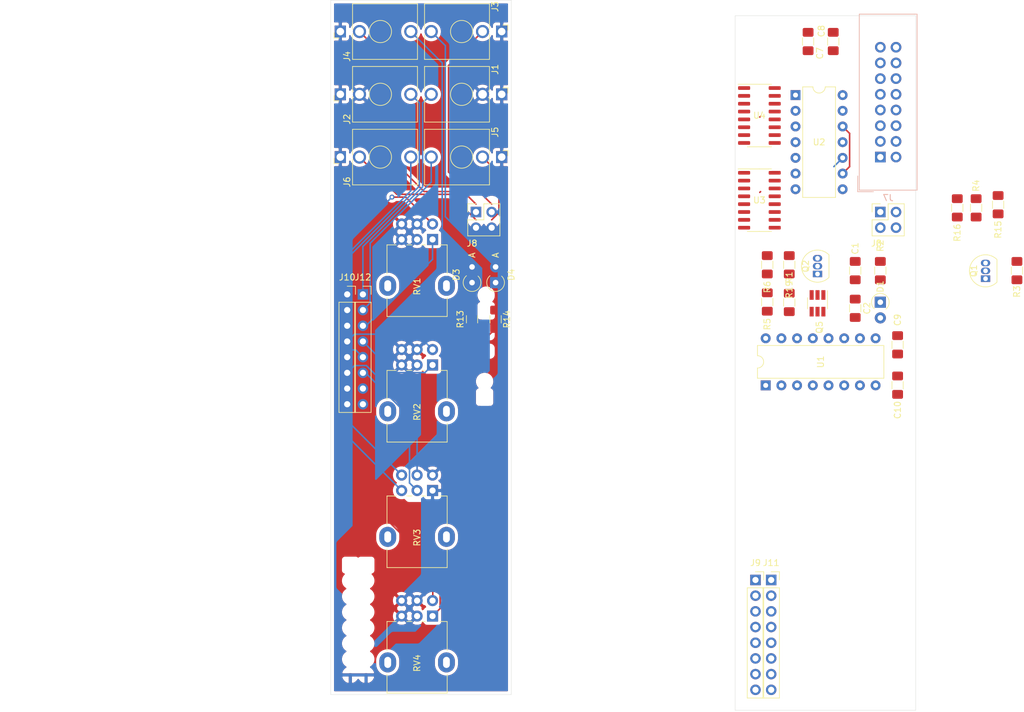
<source format=kicad_pcb>
(kicad_pcb (version 20171130) (host pcbnew "(5.1.6-0-10_14)")
  (layers (0 F.Cu signal) (31 B.Cu signal) (34 B.Paste user) (35 F.Paste user) (36 B.SilkS user) (37 F.SilkS user) (38 B.Mask user) (39 F.Mask user) (44 Edge.Cuts user))
  (net 0 "")
  (net 1 GND)
  (net 2 "Net-(C1-Pad1)")
  (net 3 /envelope/STATE)
  (net 4 "Net-(C3-Pad1)")
  (net 5 /sheet5F5D80AF/STATE)
  (net 6 "Net-(D1-Pad1)")
  (net 7 B_GATE)
  (net 8 A_GATE)
  (net 9 B_IN_DEFAULT)
  (net 10 B_IN)
  (net 11 A_IN_DEFAULT)
  (net 12 A_IN)
  (net 13 B_OUT_DEFAULT)
  (net 14 B_OUT)
  (net 15 A_OUT_DEFAULT)
  (net 16 A_OUT)
  (net 17 "Net-(J7-Pad15)")
  (net 18 "Net-(J7-Pad13)")
  (net 19 +5V)
  (net 20 +12V)
  (net 21 -12V)
  (net 22 "Net-(Q1-Pad3)")
  (net 23 "Net-(Q1-Pad2)")
  (net 24 "Net-(Q2-Pad2)")
  (net 25 "Net-(R1-Pad2)")
  (net 26 "Net-(R2-Pad2)")
  (net 27 "Net-(R7-Pad2)")
  (net 28 "Net-(U1-Pad15)")
  (net 29 "Net-(U1-Pad7)")
  (net 30 "Net-(U1-Pad14)")
  (net 31 "Net-(U1-Pad3)")
  (net 32 "Net-(U1-Pad10)")
  (net 33 "Net-(U1-Pad2)")
  (net 34 "Net-(U3-Pad3)")
  (net 35 "Net-(U3-Pad7)")
  (net 36 "Net-(U3-Pad2)")
  (net 37 "Net-(U4-Pad3)")
  (net 38 "Net-(U4-Pad7)")
  (net 39 "Net-(U4-Pad2)")
  (net 40 "Net-(D3-Pad1)")
  (net 41 "Net-(Q5-Pad4)")
  (net 42 "Net-(Q5-Pad1)")
  (net 43 /envelope/REF)
  (net 44 "Net-(R15-Pad2)")
  (net 45 "Net-(R19-Pad2)")
  (net 46 /envelope/SUS)
  (net 47 "Net-(D4-Pad1)")
  (net 48 /envelope/RELEASE)
  (net 49 /envelope/SUS_RAW)
  (net 50 /envelope/REF_RAW)
  (net 51 /envelope/DECAY)
  (net 52 /envelope/ATTACK)
  (net 53 /sheet5F5D80AF/RELEASE)
  (net 54 /sheet5F5D80AF/SUS_RAW)
  (net 55 /sheet5F5D80AF/REF_RAW)
  (net 56 /sheet5F5D80AF/DECAY)
  (net 57 /sheet5F5D80AF/ATTACK)
  (module Connector_PinHeader_2.54mm:PinHeader_2x02_P2.54mm_Vertical (layer F.Cu) (at 104.14 51.435)
    (fp_text reference J8 (at -0.635 5.08) (layer F.SilkS))
    (fp_text value Conn_01x04_Male hide)
    (pad 1 thru_hole rect (at 0 0) (size 1.7 1.7) (drill 1) (layers *.Cu *.Mask))
    (pad 2 thru_hole oval (at 2.54 0) (size 1.7 1.7) (drill 1) (layers *.Cu *.Mask))
    (pad 3 thru_hole oval (at 0 2.54) (size 1.7 1.7) (drill 1) (layers *.Cu *.Mask))
    (pad 4 thru_hole oval (at 2.54 2.54) (size 1.7 1.7) (drill 1) (layers *.Cu *.Mask))
  )
  (module Connector_PinSocket_2.54mm:PinSocket_1x08_P2.54mm_Vertical (layer F.Cu) (at 20.447 64.77)
    (fp_text reference J12 (at 0 -2.77) (layer F.SilkS))
    (fp_text value Conn_01x08_Male)
    (pad 8 thru_hole oval (at 0 17.78) (size 1.7 1.7) (drill 1) (layers *.Cu *.Mask) (net 1 GND))
    (pad 7 thru_hole oval (at 0 15.24) (size 1.7 1.7) (drill 1) (layers *.Cu *.Mask) (net 53 /sheet5F5D80AF/RELEASE))
    (pad 6 thru_hole oval (at 0 12.7) (size 1.7 1.7) (drill 1) (layers *.Cu *.Mask) (net 54 /sheet5F5D80AF/SUS_RAW))
    (pad 5 thru_hole oval (at 0 10.16) (size 1.7 1.7) (drill 1) (layers *.Cu *.Mask) (net 55 /sheet5F5D80AF/REF_RAW))
    (pad 4 thru_hole oval (at 0 7.62) (size 1.7 1.7) (drill 1) (layers *.Cu *.Mask) (net 56 /sheet5F5D80AF/DECAY))
    (pad 3 thru_hole oval (at 0 5.08) (size 1.7 1.7) (drill 1) (layers *.Cu *.Mask) (net 57 /sheet5F5D80AF/ATTACK))
    (pad 2 thru_hole oval (at 0 2.54) (size 1.7 1.7) (drill 1) (layers *.Cu *.Mask) (net 14 B_OUT))
    (pad 1 thru_hole rect (at 0 0) (size 1.7 1.7) (drill 1) (layers *.Cu *.Mask) (net 7 B_GATE))
  )
  (module Connector_PinSocket_2.54mm:PinSocket_1x08_P2.54mm_Vertical (layer F.Cu) (at 86.487 110.998)
    (fp_text reference J11 (at 0 -2.77) (layer F.SilkS))
    (fp_text value Conn_01x08_Female)
    (pad 8 thru_hole oval (at 0 17.78) (size 1.7 1.7) (drill 1) (layers *.Cu *.Mask) (net 1 GND))
    (pad 7 thru_hole oval (at 0 15.24) (size 1.7 1.7) (drill 1) (layers *.Cu *.Mask) (net 53 /sheet5F5D80AF/RELEASE))
    (pad 6 thru_hole oval (at 0 12.7) (size 1.7 1.7) (drill 1) (layers *.Cu *.Mask) (net 54 /sheet5F5D80AF/SUS_RAW))
    (pad 5 thru_hole oval (at 0 10.16) (size 1.7 1.7) (drill 1) (layers *.Cu *.Mask) (net 55 /sheet5F5D80AF/REF_RAW))
    (pad 4 thru_hole oval (at 0 7.62) (size 1.7 1.7) (drill 1) (layers *.Cu *.Mask) (net 56 /sheet5F5D80AF/DECAY))
    (pad 3 thru_hole oval (at 0 5.08) (size 1.7 1.7) (drill 1) (layers *.Cu *.Mask) (net 57 /sheet5F5D80AF/ATTACK))
    (pad 2 thru_hole oval (at 0 2.54) (size 1.7 1.7) (drill 1) (layers *.Cu *.Mask) (net 14 B_OUT))
    (pad 1 thru_hole rect (at 0 0) (size 1.7 1.7) (drill 1) (layers *.Cu *.Mask) (net 7 B_GATE))
  )
  (module Connector_PinSocket_2.54mm:PinSocket_1x08_P2.54mm_Vertical (layer F.Cu) (at 17.907 64.77)
    (fp_text reference J10 (at 0 -2.77) (layer F.SilkS))
    (fp_text value Conn_01x08_Male)
    (pad 8 thru_hole oval (at 0 17.78) (size 1.7 1.7) (drill 1) (layers *.Cu *.Mask) (net 1 GND))
    (pad 7 thru_hole oval (at 0 15.24) (size 1.7 1.7) (drill 1) (layers *.Cu *.Mask) (net 48 /envelope/RELEASE))
    (pad 6 thru_hole oval (at 0 12.7) (size 1.7 1.7) (drill 1) (layers *.Cu *.Mask) (net 49 /envelope/SUS_RAW))
    (pad 5 thru_hole oval (at 0 10.16) (size 1.7 1.7) (drill 1) (layers *.Cu *.Mask) (net 50 /envelope/REF_RAW))
    (pad 4 thru_hole oval (at 0 7.62) (size 1.7 1.7) (drill 1) (layers *.Cu *.Mask) (net 51 /envelope/DECAY))
    (pad 3 thru_hole oval (at 0 5.08) (size 1.7 1.7) (drill 1) (layers *.Cu *.Mask) (net 52 /envelope/ATTACK))
    (pad 2 thru_hole oval (at 0 2.54) (size 1.7 1.7) (drill 1) (layers *.Cu *.Mask) (net 16 A_OUT))
    (pad 1 thru_hole rect (at 0 0) (size 1.7 1.7) (drill 1) (layers *.Cu *.Mask) (net 8 A_GATE))
  )
  (module Connector_PinSocket_2.54mm:PinSocket_1x08_P2.54mm_Vertical (layer F.Cu) (at 83.947 110.998)
    (fp_text reference J9 (at 0 -2.77) (layer F.SilkS))
    (fp_text value Conn_01x08_Female)
    (pad 8 thru_hole oval (at 0 17.78) (size 1.7 1.7) (drill 1) (layers *.Cu *.Mask) (net 1 GND))
    (pad 7 thru_hole oval (at 0 15.24) (size 1.7 1.7) (drill 1) (layers *.Cu *.Mask) (net 48 /envelope/RELEASE))
    (pad 6 thru_hole oval (at 0 12.7) (size 1.7 1.7) (drill 1) (layers *.Cu *.Mask) (net 49 /envelope/SUS_RAW))
    (pad 5 thru_hole oval (at 0 10.16) (size 1.7 1.7) (drill 1) (layers *.Cu *.Mask) (net 50 /envelope/REF_RAW))
    (pad 4 thru_hole oval (at 0 7.62) (size 1.7 1.7) (drill 1) (layers *.Cu *.Mask) (net 51 /envelope/DECAY))
    (pad 3 thru_hole oval (at 0 5.08) (size 1.7 1.7) (drill 1) (layers *.Cu *.Mask) (net 52 /envelope/ATTACK))
    (pad 2 thru_hole oval (at 0 2.54) (size 1.7 1.7) (drill 1) (layers *.Cu *.Mask) (net 16 A_OUT))
    (pad 1 thru_hole rect (at 0 0) (size 1.7 1.7) (drill 1) (layers *.Cu *.Mask) (net 8 A_GATE))
  )
  (module synth:Potentiometer_Alpha_RD902F-40-00D_Dual_Vertical (layer F.Cu) (at 31.71 96.52 270)
    (fp_text reference RV3 (at 7.62 2.5 270) (layer F.SilkS))
    (fp_text value R_SUSTAIN hide)
    (pad 4 thru_hole circle (at -2.5 0) (size 1.8 1.8) (drill 1) (layers *.Cu *.Mask) (net 1 GND))
    (pad 5 thru_hole circle (at -2.5 2.5) (size 1.8 1.8) (drill 1) (layers *.Cu *.Mask) (net 49 /envelope/SUS_RAW))
    (pad 6 thru_hole circle (at -2.5 5) (size 1.8 1.8) (drill 1) (layers *.Cu *.Mask) (net 50 /envelope/REF_RAW))
    (pad "" thru_hole oval (at 7.5 -2.25) (size 2.72 3.24) (drill oval 1.1 1.8) (layers *.Cu *.Mask))
    (pad "" thru_hole oval (at 7.5 7.25) (size 2.72 3.24) (drill oval 1.1 1.8) (layers *.Cu *.Mask))
    (pad 3 thru_hole circle (at 0 5) (size 1.8 1.8) (drill 1) (layers *.Cu *.Mask) (net 55 /sheet5F5D80AF/REF_RAW))
    (pad 2 thru_hole circle (at 0 2.5) (size 1.8 1.8) (drill 1) (layers *.Cu *.Mask) (net 54 /sheet5F5D80AF/SUS_RAW))
    (pad 1 thru_hole rect (at 0 0) (size 1.8 1.8) (drill 1) (layers *.Cu *.Mask) (net 1 GND))
  )
  (module Resistor_SMD:R_1206_3216Metric_Pad1.42x1.75mm_HandSolder (layer F.Cu) (at 41.91 68.7975 270)
    (fp_text reference R14 (at 0 -1.82 90) (layer F.SilkS))
    (fp_text value 1M)
    (pad 2 smd roundrect (at 1.4875 0 270) (size 1.425 1.75) (layers F.Cu F.Paste F.Mask) (roundrect_rratio 0.175439) (net 55 /sheet5F5D80AF/REF_RAW))
    (pad 1 smd roundrect (at -1.4875 0 270) (size 1.425 1.75) (layers F.Cu F.Paste F.Mask) (roundrect_rratio 0.175439) (net 47 "Net-(D4-Pad1)"))
  )
  (module Diode_THT:D_A-405_P2.54mm_Vertical_AnodeUp (layer F.Cu) (at 41.91 62.865 90)
    (fp_text reference D4 (at 1.27 2.54 90) (layer F.SilkS))
    (fp_text value D)
    (fp_text user A (at 4.44 0 90) (layer F.SilkS))
    (pad 2 thru_hole oval (at 2.54 0 90) (size 1.8 1.8) (drill 0.9) (layers *.Cu *.Mask) (net 10 B_IN))
    (pad 1 thru_hole rect (at 0 0 90) (size 1.8 1.8) (drill 0.9) (layers *.Cu *.Mask) (net 47 "Net-(D4-Pad1)"))
  )
  (module Capacitor_SMD:C_1206_3216Metric_Pad1.42x1.75mm_HandSolder (layer F.Cu) (at 106.934 79.4655 90)
    (fp_text reference C10 (at -4.0275 0 90) (layer F.SilkS))
    (fp_text value 0.1u hide)
    (pad 2 smd roundrect (at 1.4875 0 90) (size 1.425 1.75) (layers F.Cu F.Paste F.Mask) (roundrect_rratio 0.175439) (net 21 -12V))
    (pad 1 smd roundrect (at -1.4875 0 90) (size 1.425 1.75) (layers F.Cu F.Paste F.Mask) (roundrect_rratio 0.175439) (net 1 GND))
  )
  (module Capacitor_SMD:C_1206_3216Metric_Pad1.42x1.75mm_HandSolder (layer F.Cu) (at 106.934 72.9345 90)
    (fp_text reference C9 (at 4.0275 0 90) (layer F.SilkS))
    (fp_text value 0.1u hide)
    (pad 2 smd roundrect (at 1.4875 0 90) (size 1.425 1.75) (layers F.Cu F.Paste F.Mask) (roundrect_rratio 0.175439) (net 1 GND))
    (pad 1 smd roundrect (at -1.4875 0 90) (size 1.425 1.75) (layers F.Cu F.Paste F.Mask) (roundrect_rratio 0.175439) (net 20 +12V))
  )
  (module Capacitor_SMD:C_1206_3216Metric_Pad1.42x1.75mm_HandSolder (layer F.Cu) (at 96.52 23.8395 270)
    (fp_text reference C8 (at -1.6875 1.905 90) (layer F.SilkS))
    (fp_text value 0.1u hide)
    (pad 2 smd roundrect (at 1.4875 0 270) (size 1.425 1.75) (layers F.Cu F.Paste F.Mask) (roundrect_rratio 0.175439) (net 21 -12V))
    (pad 1 smd roundrect (at -1.4875 0 270) (size 1.425 1.75) (layers F.Cu F.Paste F.Mask) (roundrect_rratio 0.175439) (net 1 GND))
  )
  (module Capacitor_SMD:C_1206_3216Metric_Pad1.42x1.75mm_HandSolder (layer F.Cu) (at 92.456 23.8395 90)
    (fp_text reference C7 (at -1.905 1.905 90) (layer F.SilkS))
    (fp_text value 0.1u hide)
    (pad 2 smd roundrect (at 1.4875 0 90) (size 1.425 1.75) (layers F.Cu F.Paste F.Mask) (roundrect_rratio 0.175439) (net 1 GND))
    (pad 1 smd roundrect (at -1.4875 0 90) (size 1.425 1.75) (layers F.Cu F.Paste F.Mask) (roundrect_rratio 0.175439) (net 20 +12V))
  )
  (module Diode_THT:D_A-405_P2.54mm_Vertical_AnodeUp (layer F.Cu) (at 38.1 62.865 90)
    (fp_text reference D3 (at 1.27 -2.54 90) (layer F.SilkS))
    (fp_text value D)
    (fp_text user A (at 4.44 0 90) (layer F.SilkS))
    (pad 2 thru_hole oval (at 2.54 0 90) (size 1.8 1.8) (drill 0.9) (layers *.Cu *.Mask) (net 12 A_IN))
    (pad 1 thru_hole rect (at 0 0 90) (size 1.8 1.8) (drill 0.9) (layers *.Cu *.Mask) (net 40 "Net-(D3-Pad1)"))
  )
  (module Diode_THT:D_A-405_P2.54mm_Vertical_AnodeUp (layer F.Cu) (at 104.14 66.04 270)
    (fp_text reference D1 (at -2.54 0 90) (layer F.SilkS))
    (fp_text value D hide)
    (pad 2 thru_hole oval (at 2.54 0 270) (size 1.8 1.8) (drill 0.9) (layers *.Cu *.Mask) (net 3 /envelope/STATE))
    (pad 1 thru_hole rect (at 0 0 270) (size 1.8 1.8) (drill 0.9) (layers *.Cu *.Mask) (net 6 "Net-(D1-Pad1)"))
  )
  (module synth:Jack_3.5mm_QingPu_WQP-PJ398SM_Vertical_CircularHoles (layer F.Cu) (at 16.794 42.545 90)
    (fp_text reference J6 (at -4.03 1.08 270) (layer F.SilkS))
    (fp_text value A_OUT)
    (pad T thru_hole circle (at 0 11.4 270) (size 2.13 2.13) (drill 1.43) (layers *.Cu *.Mask) (net 16 A_OUT))
    (pad S thru_hole rect (at 0 0 270) (size 1.93 1.83) (drill 1.22) (layers *.Cu *.Mask) (net 1 GND))
    (pad TN thru_hole circle (at 0 3.1 270) (size 2.13 2.13) (drill 1.42) (layers *.Cu *.Mask) (net 15 A_OUT_DEFAULT))
  )
  (module synth:Jack_3.5mm_QingPu_WQP-PJ398SM_Vertical_CircularHoles (layer F.Cu) (at 42.896 42.545 270)
    (fp_text reference J5 (at -4.03 1.08 270) (layer F.SilkS))
    (fp_text value B_OUT)
    (pad T thru_hole circle (at 0 11.4 90) (size 2.13 2.13) (drill 1.43) (layers *.Cu *.Mask) (net 14 B_OUT))
    (pad S thru_hole rect (at 0 0 90) (size 1.93 1.83) (drill 1.22) (layers *.Cu *.Mask) (net 1 GND))
    (pad TN thru_hole circle (at 0 3.1 90) (size 2.13 2.13) (drill 1.42) (layers *.Cu *.Mask) (net 13 B_OUT_DEFAULT))
  )
  (module synth:Jack_3.5mm_QingPu_WQP-PJ398SM_Vertical_CircularHoles (layer F.Cu) (at 16.794 22.225 90)
    (fp_text reference J4 (at -4.03 1.08 270) (layer F.SilkS))
    (fp_text value A_IN)
    (pad T thru_hole circle (at 0 11.4 270) (size 2.13 2.13) (drill 1.43) (layers *.Cu *.Mask) (net 12 A_IN))
    (pad S thru_hole rect (at 0 0 270) (size 1.93 1.83) (drill 1.22) (layers *.Cu *.Mask) (net 1 GND))
    (pad TN thru_hole circle (at 0 3.1 270) (size 2.13 2.13) (drill 1.42) (layers *.Cu *.Mask) (net 11 A_IN_DEFAULT))
  )
  (module synth:Jack_3.5mm_QingPu_WQP-PJ398SM_Vertical_CircularHoles (layer F.Cu) (at 42.896 22.225 270)
    (fp_text reference J3 (at -4.03 1.08 270) (layer F.SilkS))
    (fp_text value B_IN)
    (pad T thru_hole circle (at 0 11.4 90) (size 2.13 2.13) (drill 1.43) (layers *.Cu *.Mask) (net 10 B_IN))
    (pad S thru_hole rect (at 0 0 90) (size 1.93 1.83) (drill 1.22) (layers *.Cu *.Mask) (net 1 GND))
    (pad TN thru_hole circle (at 0 3.1 90) (size 2.13 2.13) (drill 1.42) (layers *.Cu *.Mask) (net 9 B_IN_DEFAULT))
  )
  (module synth:Jack_3.5mm_QingPu_WQP-PJ398SM_Vertical_CircularHoles (layer F.Cu) (at 16.794 32.385 90)
    (fp_text reference J2 (at -4.03 1.08 270) (layer F.SilkS))
    (fp_text value A_GATE)
    (pad T thru_hole circle (at 0 11.4 270) (size 2.13 2.13) (drill 1.43) (layers *.Cu *.Mask) (net 8 A_GATE))
    (pad S thru_hole rect (at 0 0 270) (size 1.93 1.83) (drill 1.22) (layers *.Cu *.Mask) (net 1 GND))
    (pad TN thru_hole circle (at 0 3.1 270) (size 2.13 2.13) (drill 1.42) (layers *.Cu *.Mask) (net 1 GND))
  )
  (module synth:Jack_3.5mm_QingPu_WQP-PJ398SM_Vertical_CircularHoles (layer F.Cu) (at 42.896 32.385 270)
    (fp_text reference J1 (at -4.03 1.08 270) (layer F.SilkS))
    (fp_text value B_GATE)
    (pad T thru_hole circle (at 0 11.4 90) (size 2.13 2.13) (drill 1.43) (layers *.Cu *.Mask) (net 7 B_GATE))
    (pad S thru_hole rect (at 0 0 90) (size 1.93 1.83) (drill 1.22) (layers *.Cu *.Mask) (net 1 GND))
    (pad TN thru_hole circle (at 0 3.1 90) (size 2.13 2.13) (drill 1.42) (layers *.Cu *.Mask) (net 1 GND))
  )
  (module synth:Potentiometer_Alpha_RD902F-40-00D_Dual_Vertical (layer F.Cu) (at 31.71 116.84 270)
    (fp_text reference RV4 (at 7.62 2.5 270) (layer F.SilkS))
    (fp_text value R_RELEASE hide)
    (pad 4 thru_hole circle (at -2.5 0) (size 1.8 1.8) (drill 1) (layers *.Cu *.Mask) (net 48 /envelope/RELEASE))
    (pad 5 thru_hole circle (at -2.5 2.5) (size 1.8 1.8) (drill 1) (layers *.Cu *.Mask) (net 1 GND))
    (pad 6 thru_hole circle (at -2.5 5) (size 1.8 1.8) (drill 1) (layers *.Cu *.Mask) (net 1 GND))
    (pad "" thru_hole oval (at 7.5 -2.25) (size 2.72 3.24) (drill oval 1.1 1.8) (layers *.Cu *.Mask))
    (pad "" thru_hole oval (at 7.5 7.25) (size 2.72 3.24) (drill oval 1.1 1.8) (layers *.Cu *.Mask))
    (pad 3 thru_hole circle (at 0 5) (size 1.8 1.8) (drill 1) (layers *.Cu *.Mask) (net 1 GND))
    (pad 2 thru_hole circle (at 0 2.5) (size 1.8 1.8) (drill 1) (layers *.Cu *.Mask) (net 1 GND))
    (pad 1 thru_hole rect (at 0 0) (size 1.8 1.8) (drill 1) (layers *.Cu *.Mask) (net 53 /sheet5F5D80AF/RELEASE))
  )
  (module synth:Potentiometer_Alpha_RD902F-40-00D_Dual_Vertical (layer F.Cu) (at 31.71 76.2 270)
    (fp_text reference RV2 (at 7.62 2.5 270) (layer F.SilkS))
    (fp_text value R_DECAY hide)
    (pad 4 thru_hole circle (at -2.5 0) (size 1.8 1.8) (drill 1) (layers *.Cu *.Mask) (net 51 /envelope/DECAY))
    (pad 5 thru_hole circle (at -2.5 2.5) (size 1.8 1.8) (drill 1) (layers *.Cu *.Mask) (net 1 GND))
    (pad 6 thru_hole circle (at -2.5 5) (size 1.8 1.8) (drill 1) (layers *.Cu *.Mask) (net 1 GND))
    (pad "" thru_hole oval (at 7.5 -2.25) (size 2.72 3.24) (drill oval 1.1 1.8) (layers *.Cu *.Mask))
    (pad "" thru_hole oval (at 7.5 7.25) (size 2.72 3.24) (drill oval 1.1 1.8) (layers *.Cu *.Mask))
    (pad 3 thru_hole circle (at 0 5) (size 1.8 1.8) (drill 1) (layers *.Cu *.Mask) (net 1 GND))
    (pad 2 thru_hole circle (at 0 2.5) (size 1.8 1.8) (drill 1) (layers *.Cu *.Mask) (net 1 GND))
    (pad 1 thru_hole rect (at 0 0) (size 1.8 1.8) (drill 1) (layers *.Cu *.Mask) (net 56 /sheet5F5D80AF/DECAY))
  )
  (module synth:Potentiometer_Alpha_RD902F-40-00D_Dual_Vertical (layer F.Cu) (at 31.71 55.88 270)
    (fp_text reference RV1 (at 7.62 2.5 270) (layer F.SilkS))
    (fp_text value R_ATTACK hide)
    (pad 4 thru_hole circle (at -2.5 0) (size 1.8 1.8) (drill 1) (layers *.Cu *.Mask) (net 52 /envelope/ATTACK))
    (pad 5 thru_hole circle (at -2.5 2.5) (size 1.8 1.8) (drill 1) (layers *.Cu *.Mask) (net 1 GND))
    (pad 6 thru_hole circle (at -2.5 5) (size 1.8 1.8) (drill 1) (layers *.Cu *.Mask) (net 1 GND))
    (pad "" thru_hole oval (at 7.5 -2.25) (size 2.72 3.24) (drill oval 1.1 1.8) (layers *.Cu *.Mask))
    (pad "" thru_hole oval (at 7.5 7.25) (size 2.72 3.24) (drill oval 1.1 1.8) (layers *.Cu *.Mask))
    (pad 3 thru_hole circle (at 0 5) (size 1.8 1.8) (drill 1) (layers *.Cu *.Mask) (net 1 GND))
    (pad 2 thru_hole circle (at 0 2.5) (size 1.8 1.8) (drill 1) (layers *.Cu *.Mask) (net 1 GND))
    (pad 1 thru_hole rect (at 0 0) (size 1.8 1.8) (drill 1) (layers *.Cu *.Mask) (net 57 /sheet5F5D80AF/ATTACK))
  )
  (module Resistor_SMD:R_1206_3216Metric_Pad1.42x1.75mm_HandSolder (layer F.Cu) (at 89.408 59.9805 90)
    (fp_text reference R19 (at -4.0275 0 90) (layer F.SilkS))
    (fp_text value 6.8k hide)
    (pad 2 smd roundrect (at 1.4875 0 90) (size 1.425 1.75) (layers F.Cu F.Paste F.Mask) (roundrect_rratio 0.175439) (net 45 "Net-(R19-Pad2)"))
    (pad 1 smd roundrect (at -1.4875 0 90) (size 1.425 1.75) (layers F.Cu F.Paste F.Mask) (roundrect_rratio 0.175439) (net 42 "Net-(Q5-Pad1)"))
  )
  (module Resistor_SMD:R_1206_3216Metric_Pad1.42x1.75mm_HandSolder (layer F.Cu) (at 116.586 50.7635 90)
    (fp_text reference R16 (at -4.0275 0 90) (layer F.SilkS))
    (fp_text value 10K hide)
    (pad 2 smd roundrect (at 1.4875 0 90) (size 1.425 1.75) (layers F.Cu F.Paste F.Mask) (roundrect_rratio 0.175439) (net 16 A_OUT))
    (pad 1 smd roundrect (at -1.4875 0 90) (size 1.425 1.75) (layers F.Cu F.Paste F.Mask) (roundrect_rratio 0.175439) (net 44 "Net-(R15-Pad2)"))
  )
  (module Resistor_SMD:R_1206_3216Metric_Pad1.42x1.75mm_HandSolder (layer F.Cu) (at 123.19 50.2555 270)
    (fp_text reference R15 (at 4.0275 0 90) (layer F.SilkS))
    (fp_text value 10K hide)
    (pad 2 smd roundrect (at 1.4875 0 270) (size 1.425 1.75) (layers F.Cu F.Paste F.Mask) (roundrect_rratio 0.175439) (net 44 "Net-(R15-Pad2)"))
    (pad 1 smd roundrect (at -1.4875 0 270) (size 1.425 1.75) (layers F.Cu F.Paste F.Mask) (roundrect_rratio 0.175439) (net 1 GND))
  )
  (module Resistor_SMD:R_1206_3216Metric_Pad1.42x1.75mm_HandSolder (layer F.Cu) (at 38.1 68.7975 270)
    (fp_text reference R13 (at 0 1.905 90) (layer F.SilkS))
    (fp_text value 1M)
    (pad 2 smd roundrect (at 1.4875 0 270) (size 1.425 1.75) (layers F.Cu F.Paste F.Mask) (roundrect_rratio 0.175439) (net 50 /envelope/REF_RAW))
    (pad 1 smd roundrect (at -1.4875 0 270) (size 1.425 1.75) (layers F.Cu F.Paste F.Mask) (roundrect_rratio 0.175439) (net 40 "Net-(D3-Pad1)"))
  )
  (module Resistor_SMD:R_1206_3216Metric_Pad1.42x1.75mm_HandSolder (layer F.Cu) (at 85.852 59.9805 270)
    (fp_text reference R6 (at 3.5925 0 90) (layer F.SilkS))
    (fp_text value 1K hide)
    (pad 2 smd roundrect (at 1.4875 0 270) (size 1.425 1.75) (layers F.Cu F.Paste F.Mask) (roundrect_rratio 0.175439) (net 22 "Net-(Q1-Pad3)"))
    (pad 1 smd roundrect (at -1.4875 0 270) (size 1.425 1.75) (layers F.Cu F.Paste F.Mask) (roundrect_rratio 0.175439) (net 24 "Net-(Q2-Pad2)"))
  )
  (module Resistor_SMD:R_1206_3216Metric_Pad1.42x1.75mm_HandSolder (layer F.Cu) (at 85.852 66.0035 90)
    (fp_text reference R5 (at -3.5925 0 90) (layer F.SilkS))
    (fp_text value 100K hide)
    (pad 2 smd roundrect (at 1.4875 0 90) (size 1.425 1.75) (layers F.Cu F.Paste F.Mask) (roundrect_rratio 0.175439) (net 22 "Net-(Q1-Pad3)"))
    (pad 1 smd roundrect (at -1.4875 0 90) (size 1.425 1.75) (layers F.Cu F.Paste F.Mask) (roundrect_rratio 0.175439) (net 20 +12V))
  )
  (module Resistor_SMD:R_1206_3216Metric_Pad1.42x1.75mm_HandSolder (layer F.Cu) (at 119.634 50.7635 270)
    (fp_text reference R4 (at -3.5925 0 90) (layer F.SilkS))
    (fp_text value 100K hide)
    (pad 2 smd roundrect (at 1.4875 0 270) (size 1.425 1.75) (layers F.Cu F.Paste F.Mask) (roundrect_rratio 0.175439) (net 23 "Net-(Q1-Pad2)"))
    (pad 1 smd roundrect (at -1.4875 0 270) (size 1.425 1.75) (layers F.Cu F.Paste F.Mask) (roundrect_rratio 0.175439) (net 8 A_GATE))
  )
  (module Resistor_SMD:R_1206_3216Metric_Pad1.42x1.75mm_HandSolder (layer F.Cu) (at 126.238 60.9235 90)
    (fp_text reference R3 (at -3.3925 0 90) (layer F.SilkS))
    (fp_text value 100K hide)
    (pad 2 smd roundrect (at 1.4875 0 90) (size 1.425 1.75) (layers F.Cu F.Paste F.Mask) (roundrect_rratio 0.175439) (net 1 GND))
    (pad 1 smd roundrect (at -1.4875 0 90) (size 1.425 1.75) (layers F.Cu F.Paste F.Mask) (roundrect_rratio 0.175439) (net 26 "Net-(R2-Pad2)"))
  )
  (module Resistor_SMD:R_1206_3216Metric_Pad1.42x1.75mm_HandSolder (layer F.Cu) (at 104.14 60.9235 90)
    (fp_text reference R2 (at 4.0275 0 90) (layer F.SilkS))
    (fp_text value 1K hide)
    (pad 2 smd roundrect (at 1.4875 0 90) (size 1.425 1.75) (layers F.Cu F.Paste F.Mask) (roundrect_rratio 0.175439) (net 26 "Net-(R2-Pad2)"))
    (pad 1 smd roundrect (at -1.4875 0 90) (size 1.425 1.75) (layers F.Cu F.Paste F.Mask) (roundrect_rratio 0.175439) (net 43 /envelope/REF))
  )
  (module Resistor_SMD:R_1206_3216Metric_Pad1.42x1.75mm_HandSolder (layer F.Cu) (at 89.408 66.0765 270)
    (fp_text reference R1 (at -4.0275 0 90) (layer F.SilkS))
    (fp_text value 6.8k hide)
    (pad 2 smd roundrect (at 1.4875 0 270) (size 1.425 1.75) (layers F.Cu F.Paste F.Mask) (roundrect_rratio 0.175439) (net 25 "Net-(R1-Pad2)"))
    (pad 1 smd roundrect (at -1.4875 0 270) (size 1.425 1.75) (layers F.Cu F.Paste F.Mask) (roundrect_rratio 0.175439) (net 41 "Net-(Q5-Pad4)"))
  )
  (module Capacitor_SMD:C_1206_3216Metric_Pad1.42x1.75mm_HandSolder (layer F.Cu) (at 100.076 67.0195 90)
    (fp_text reference C2 (at 0 1.905 90) (layer F.SilkS))
    (fp_text value 100n hide)
    (pad 2 smd roundrect (at 1.4875 0 90) (size 1.425 1.75) (layers F.Cu F.Paste F.Mask) (roundrect_rratio 0.175439) (net 1 GND))
    (pad 1 smd roundrect (at -1.4875 0 90) (size 1.425 1.75) (layers F.Cu F.Paste F.Mask) (roundrect_rratio 0.175439) (net 3 /envelope/STATE))
  )
  (module Capacitor_SMD:C_1206_3216Metric_Pad1.42x1.75mm_HandSolder (layer F.Cu) (at 100.076 60.9235 90)
    (fp_text reference C1 (at 3.5925 0 90) (layer F.SilkS))
    (fp_text value 4.7u hide)
    (pad 2 smd roundrect (at 1.4875 0 90) (size 1.425 1.75) (layers F.Cu F.Paste F.Mask) (roundrect_rratio 0.175439) (net 1 GND))
    (pad 1 smd roundrect (at -1.4875 0 90) (size 1.425 1.75) (layers F.Cu F.Paste F.Mask) (roundrect_rratio 0.175439) (net 2 "Net-(C1-Pad1)"))
  )
  (module Package_DIP:DIP-14_W7.62mm (layer F.Cu) (at 90.424 32.512)
    (fp_text reference U2 (at 3.81 7.62) (layer F.SilkS))
    (fp_text value TL074 hide)
    (pad 14 thru_hole oval (at 7.62 0) (size 1.6 1.6) (drill 0.8) (layers *.Cu *.Mask) (net 16 A_OUT))
    (pad 7 thru_hole oval (at 0 15.24) (size 1.6 1.6) (drill 0.8) (layers *.Cu *.Mask) (net 46 /envelope/SUS))
    (pad 13 thru_hole oval (at 7.62 2.54) (size 1.6 1.6) (drill 0.8) (layers *.Cu *.Mask) (net 44 "Net-(R15-Pad2)"))
    (pad 6 thru_hole oval (at 0 12.7) (size 1.6 1.6) (drill 0.8) (layers *.Cu *.Mask) (net 46 /envelope/SUS))
    (pad 12 thru_hole oval (at 7.62 5.08) (size 1.6 1.6) (drill 0.8) (layers *.Cu *.Mask) (net 2 "Net-(C1-Pad1)"))
    (pad 5 thru_hole oval (at 0 10.16) (size 1.6 1.6) (drill 0.8) (layers *.Cu *.Mask) (net 49 /envelope/SUS_RAW))
    (pad 11 thru_hole oval (at 7.62 7.62) (size 1.6 1.6) (drill 0.8) (layers *.Cu *.Mask) (net 21 -12V))
    (pad 4 thru_hole oval (at 0 7.62) (size 1.6 1.6) (drill 0.8) (layers *.Cu *.Mask) (net 20 +12V))
    (pad 10 thru_hole oval (at 7.62 10.16) (size 1.6 1.6) (drill 0.8) (layers *.Cu *.Mask) (net 26 "Net-(R2-Pad2)"))
    (pad 3 thru_hole oval (at 0 5.08) (size 1.6 1.6) (drill 0.8) (layers *.Cu *.Mask) (net 50 /envelope/REF_RAW))
    (pad 9 thru_hole oval (at 7.62 12.7) (size 1.6 1.6) (drill 0.8) (layers *.Cu *.Mask) (net 2 "Net-(C1-Pad1)"))
    (pad 2 thru_hole oval (at 0 2.54) (size 1.6 1.6) (drill 0.8) (layers *.Cu *.Mask) (net 43 /envelope/REF))
    (pad 8 thru_hole oval (at 7.62 15.24) (size 1.6 1.6) (drill 0.8) (layers *.Cu *.Mask) (net 32 "Net-(U1-Pad10)"))
    (pad 1 thru_hole rect (at 0 0) (size 1.6 1.6) (drill 0.8) (layers *.Cu *.Mask) (net 43 /envelope/REF))
  )
  (module Package_TO_SOT_SMD:SOT-23-6_Handsoldering (layer F.Cu) (at 93.98 66.214 270)
    (fp_text reference Q5 (at 3.89 -0.32 90) (layer F.SilkS))
    (fp_text value DMMT5401 hide)
    (pad 5 smd rect (at 1.35 0 270) (size 1.56 0.65) (layers F.Cu F.Paste F.Mask) (net 20 +12V))
    (pad 6 smd rect (at 1.35 -0.95 270) (size 1.56 0.65) (layers F.Cu F.Paste F.Mask) (net 20 +12V))
    (pad 4 smd rect (at 1.35 0.95 270) (size 1.56 0.65) (layers F.Cu F.Paste F.Mask) (net 41 "Net-(Q5-Pad4)"))
    (pad 3 smd rect (at -1.35 0.95 270) (size 1.56 0.65) (layers F.Cu F.Paste F.Mask) (net 42 "Net-(Q5-Pad1)"))
    (pad 2 smd rect (at -1.35 0 270) (size 1.56 0.65) (layers F.Cu F.Paste F.Mask) (net 42 "Net-(Q5-Pad1)"))
    (pad 1 smd rect (at -1.35 -0.95 270) (size 1.56 0.65) (layers F.Cu F.Paste F.Mask) (net 42 "Net-(Q5-Pad1)"))
  )
  (module Package_SO:SOIC-16_3.9x9.9mm_P1.27mm (layer F.Cu) (at 84.582 35.814)
    (fp_text reference U4 (at 0 0) (layer F.SilkS))
    (fp_text value DG403 hide)
    (pad 16 smd roundrect (at 2.475 -4.445) (size 1.95 0.6) (layers F.Cu F.Paste F.Mask) (net 45 "Net-(R19-Pad2)"))
    (pad 15 smd roundrect (at 2.475 -3.175) (size 1.95 0.6) (layers F.Cu F.Paste F.Mask) (net 8 A_GATE))
    (pad 14 smd roundrect (at 2.475 -1.905) (size 1.95 0.6) (layers F.Cu F.Paste F.Mask) (net 21 -12V))
    (pad 13 smd roundrect (at 2.475 -0.635) (size 1.95 0.6) (layers F.Cu F.Paste F.Mask) (net 1 GND))
    (pad 12 smd roundrect (at 2.475 0.635) (size 1.95 0.6) (layers F.Cu F.Paste F.Mask) (net 19 +5V))
    (pad 11 smd roundrect (at 2.475 1.905) (size 1.95 0.6) (layers F.Cu F.Paste F.Mask) (net 20 +12V))
    (pad 10 smd roundrect (at 2.475 3.175) (size 1.95 0.6) (layers F.Cu F.Paste F.Mask) (net 3 /envelope/STATE))
    (pad 9 smd roundrect (at 2.475 4.445) (size 1.95 0.6) (layers F.Cu F.Paste F.Mask) (net 37 "Net-(U4-Pad3)"))
    (pad 8 smd roundrect (at -2.475 4.445) (size 1.95 0.6) (layers F.Cu F.Paste F.Mask) (net 52 /envelope/ATTACK))
    (pad 7 smd roundrect (at -2.475 3.175) (size 1.95 0.6) (layers F.Cu F.Paste F.Mask) (net 38 "Net-(U4-Pad7)"))
    (pad 6 smd roundrect (at -2.475 1.905) (size 1.95 0.6) (layers F.Cu F.Paste F.Mask) (net 51 /envelope/DECAY))
    (pad 5 smd roundrect (at -2.475 0.635) (size 1.95 0.6) (layers F.Cu F.Paste F.Mask) (net 37 "Net-(U4-Pad3)"))
    (pad 4 smd roundrect (at -2.475 -0.635) (size 1.95 0.6) (layers F.Cu F.Paste F.Mask) (net 45 "Net-(R19-Pad2)"))
    (pad 3 smd roundrect (at -2.475 -1.905) (size 1.95 0.6) (layers F.Cu F.Paste F.Mask) (net 37 "Net-(U4-Pad3)"))
    (pad 2 smd roundrect (at -2.475 -3.175) (size 1.95 0.6) (layers F.Cu F.Paste F.Mask) (net 39 "Net-(U4-Pad2)"))
    (pad 1 smd roundrect (at -2.475 -4.445) (size 1.95 0.6) (layers F.Cu F.Paste F.Mask) (net 48 /envelope/RELEASE))
  )
  (module Package_SO:SOIC-16_3.9x9.9mm_P1.27mm (layer F.Cu) (at 84.582 49.53)
    (fp_text reference U3 (at 0 0) (layer F.SilkS))
    (fp_text value DG403 hide)
    (pad 16 smd roundrect (at 2.475 -4.445) (size 1.95 0.6) (layers F.Cu F.Paste F.Mask) (net 30 "Net-(U1-Pad14)"))
    (pad 15 smd roundrect (at 2.475 -3.175) (size 1.95 0.6) (layers F.Cu F.Paste F.Mask) (net 8 A_GATE))
    (pad 14 smd roundrect (at 2.475 -1.905) (size 1.95 0.6) (layers F.Cu F.Paste F.Mask) (net 21 -12V))
    (pad 13 smd roundrect (at 2.475 -0.635) (size 1.95 0.6) (layers F.Cu F.Paste F.Mask) (net 1 GND))
    (pad 12 smd roundrect (at 2.475 0.635) (size 1.95 0.6) (layers F.Cu F.Paste F.Mask) (net 19 +5V))
    (pad 11 smd roundrect (at 2.475 1.905) (size 1.95 0.6) (layers F.Cu F.Paste F.Mask) (net 20 +12V))
    (pad 10 smd roundrect (at 2.475 3.175) (size 1.95 0.6) (layers F.Cu F.Paste F.Mask) (net 3 /envelope/STATE))
    (pad 9 smd roundrect (at 2.475 4.445) (size 1.95 0.6) (layers F.Cu F.Paste F.Mask) (net 34 "Net-(U3-Pad3)"))
    (pad 8 smd roundrect (at -2.475 4.445) (size 1.95 0.6) (layers F.Cu F.Paste F.Mask) (net 43 /envelope/REF))
    (pad 7 smd roundrect (at -2.475 3.175) (size 1.95 0.6) (layers F.Cu F.Paste F.Mask) (net 35 "Net-(U3-Pad7)"))
    (pad 6 smd roundrect (at -2.475 1.905) (size 1.95 0.6) (layers F.Cu F.Paste F.Mask) (net 46 /envelope/SUS))
    (pad 5 smd roundrect (at -2.475 0.635) (size 1.95 0.6) (layers F.Cu F.Paste F.Mask) (net 34 "Net-(U3-Pad3)"))
    (pad 4 smd roundrect (at -2.475 -0.635) (size 1.95 0.6) (layers F.Cu F.Paste F.Mask) (net 30 "Net-(U1-Pad14)"))
    (pad 3 smd roundrect (at -2.475 -1.905) (size 1.95 0.6) (layers F.Cu F.Paste F.Mask) (net 34 "Net-(U3-Pad3)"))
    (pad 2 smd roundrect (at -2.475 -3.175) (size 1.95 0.6) (layers F.Cu F.Paste F.Mask) (net 36 "Net-(U3-Pad2)"))
    (pad 1 smd roundrect (at -2.475 -4.445) (size 1.95 0.6) (layers F.Cu F.Paste F.Mask) (net 1 GND))
  )
  (module Package_DIP:DIP-16_W7.62mm (layer F.Cu) (at 85.598 79.502 90)
    (fp_text reference U1 (at 3.81 8.89 90) (layer F.SilkS))
    (fp_text value LM13700 hide)
    (pad 16 thru_hole oval (at 7.62 0 90) (size 1.6 1.6) (drill 0.8) (layers *.Cu *.Mask) (net 25 "Net-(R1-Pad2)"))
    (pad 8 thru_hole oval (at 0 17.78 90) (size 1.6 1.6) (drill 0.8) (layers *.Cu *.Mask) (net 5 /sheet5F5D80AF/STATE))
    (pad 15 thru_hole oval (at 7.62 2.54 90) (size 1.6 1.6) (drill 0.8) (layers *.Cu *.Mask) (net 28 "Net-(U1-Pad15)"))
    (pad 7 thru_hole oval (at 0 15.24 90) (size 1.6 1.6) (drill 0.8) (layers *.Cu *.Mask) (net 29 "Net-(U1-Pad7)"))
    (pad 14 thru_hole oval (at 7.62 5.08 90) (size 1.6 1.6) (drill 0.8) (layers *.Cu *.Mask) (net 30 "Net-(U1-Pad14)"))
    (pad 6 thru_hole oval (at 0 12.7 90) (size 1.6 1.6) (drill 0.8) (layers *.Cu *.Mask) (net 21 -12V))
    (pad 13 thru_hole oval (at 7.62 7.62 90) (size 1.6 1.6) (drill 0.8) (layers *.Cu *.Mask) (net 2 "Net-(C1-Pad1)"))
    (pad 5 thru_hole oval (at 0 10.16 90) (size 1.6 1.6) (drill 0.8) (layers *.Cu *.Mask) (net 4 "Net-(C3-Pad1)"))
    (pad 12 thru_hole oval (at 7.62 10.16 90) (size 1.6 1.6) (drill 0.8) (layers *.Cu *.Mask) (net 2 "Net-(C1-Pad1)"))
    (pad 4 thru_hole oval (at 0 7.62 90) (size 1.6 1.6) (drill 0.8) (layers *.Cu *.Mask) (net 4 "Net-(C3-Pad1)"))
    (pad 11 thru_hole oval (at 7.62 12.7 90) (size 1.6 1.6) (drill 0.8) (layers *.Cu *.Mask) (net 20 +12V))
    (pad 3 thru_hole oval (at 0 5.08 90) (size 1.6 1.6) (drill 0.8) (layers *.Cu *.Mask) (net 31 "Net-(U1-Pad3)"))
    (pad 10 thru_hole oval (at 7.62 15.24 90) (size 1.6 1.6) (drill 0.8) (layers *.Cu *.Mask) (net 32 "Net-(U1-Pad10)"))
    (pad 2 thru_hole oval (at 0 2.54 90) (size 1.6 1.6) (drill 0.8) (layers *.Cu *.Mask) (net 33 "Net-(U1-Pad2)"))
    (pad 9 thru_hole oval (at 7.62 17.78 90) (size 1.6 1.6) (drill 0.8) (layers *.Cu *.Mask) (net 3 /envelope/STATE))
    (pad 1 thru_hole rect (at 0 0 90) (size 1.6 1.6) (drill 0.8) (layers *.Cu *.Mask) (net 27 "Net-(R7-Pad2)"))
  )
  (module Package_TO_SOT_THT:TO-92_Inline (layer F.Cu) (at 93.98 61.468 90)
    (fp_text reference Q2 (at 1.27 -1.905 90) (layer F.SilkS))
    (fp_text value 2N3904 hide)
    (pad 1 thru_hole rect (at 0 0 90) (size 1.05 1.5) (drill 0.75) (layers *.Cu *.Mask) (net 1 GND))
    (pad 3 thru_hole oval (at 2.54 0 90) (size 1.05 1.5) (drill 0.75) (layers *.Cu *.Mask) (net 6 "Net-(D1-Pad1)"))
    (pad 2 thru_hole oval (at 1.27 0 90) (size 1.05 1.5) (drill 0.75) (layers *.Cu *.Mask) (net 24 "Net-(Q2-Pad2)"))
  )
  (module Package_TO_SOT_THT:TO-92_Inline (layer F.Cu) (at 121.158 62.23 90)
    (fp_text reference Q1 (at 1.27 -1.905 90) (layer F.SilkS))
    (fp_text value 2N3904 hide)
    (pad 1 thru_hole rect (at 0 0 90) (size 1.05 1.5) (drill 0.75) (layers *.Cu *.Mask) (net 1 GND))
    (pad 3 thru_hole oval (at 2.54 0 90) (size 1.05 1.5) (drill 0.75) (layers *.Cu *.Mask) (net 22 "Net-(Q1-Pad3)"))
    (pad 2 thru_hole oval (at 1.27 0 90) (size 1.05 1.5) (drill 0.75) (layers *.Cu *.Mask) (net 23 "Net-(Q1-Pad2)"))
  )
  (module Connector_PinHeader_2.54mm:PinHeader_2x02_P2.54mm_Vertical (layer F.Cu) (at 38.735 51.435)
    (fp_text reference J8 (at -0.635 5.08) (layer F.SilkS))
    (fp_text value Conn_01x04_Male hide)
    (pad 4 thru_hole oval (at 2.54 2.54) (size 1.7 1.7) (drill 1) (layers *.Cu *.Mask) (net 13 B_OUT_DEFAULT))
    (pad 3 thru_hole oval (at 0 2.54) (size 1.7 1.7) (drill 1) (layers *.Cu *.Mask) (net 15 A_OUT_DEFAULT))
    (pad 2 thru_hole oval (at 2.54 0) (size 1.7 1.7) (drill 1) (layers *.Cu *.Mask) (net 9 B_IN_DEFAULT))
    (pad 1 thru_hole rect (at 0 0) (size 1.7 1.7) (drill 1) (layers *.Cu *.Mask) (net 11 A_IN_DEFAULT))
  )
  (module synth:EURORACK_16_IDC (layer B.Cu) (at 104.14 42.545)
    (fp_text reference J7 (at 1.27 6.604) (layer B.SilkS) (effects (justify mirror)))
    (fp_text value EURORACK_CONN_16)
    (pad 15 thru_hole oval (at 2.54 -17.78) (size 1.7272 1.7272) (drill 1.016) (layers *.Cu *.Mask) (net 17 "Net-(J7-Pad15)"))
    (pad 15 thru_hole oval (at 0 -17.78) (size 1.7272 1.7272) (drill 1.016) (layers *.Cu *.Mask) (net 17 "Net-(J7-Pad15)"))
    (pad 13 thru_hole oval (at 2.54 -15.24) (size 1.7272 1.7272) (drill 1.016) (layers *.Cu *.Mask) (net 18 "Net-(J7-Pad13)"))
    (pad 13 thru_hole oval (at 0 -15.24) (size 1.7272 1.7272) (drill 1.016) (layers *.Cu *.Mask) (net 18 "Net-(J7-Pad13)"))
    (pad 11 thru_hole oval (at 2.54 -12.7) (size 1.7272 1.7272) (drill 1.016) (layers *.Cu *.Mask) (net 19 +5V))
    (pad 11 thru_hole oval (at 0 -12.7) (size 1.7272 1.7272) (drill 1.016) (layers *.Cu *.Mask) (net 19 +5V))
    (pad 9 thru_hole oval (at 2.54 -10.16) (size 1.7272 1.7272) (drill 1.016) (layers *.Cu *.Mask) (net 20 +12V))
    (pad 9 thru_hole oval (at 0 -10.16) (size 1.7272 1.7272) (drill 1.016) (layers *.Cu *.Mask) (net 20 +12V))
    (pad 3 thru_hole oval (at 2.54 -7.62) (size 1.7272 1.7272) (drill 1.016) (layers *.Cu *.Mask) (net 1 GND))
    (pad 3 thru_hole oval (at 0 -7.62) (size 1.7272 1.7272) (drill 1.016) (layers *.Cu *.Mask) (net 1 GND))
    (pad 3 thru_hole oval (at 2.54 -5.08) (size 1.7272 1.7272) (drill 1.016) (layers *.Cu *.Mask) (net 1 GND))
    (pad 3 thru_hole oval (at 0 -5.08) (size 1.7272 1.7272) (drill 1.016) (layers *.Cu *.Mask) (net 1 GND))
    (pad 3 thru_hole oval (at 2.54 -2.54) (size 1.7272 1.7272) (drill 1.016) (layers *.Cu *.Mask) (net 1 GND))
    (pad 3 thru_hole oval (at 0 -2.54) (size 1.7272 1.7272) (drill 1.016) (layers *.Cu *.Mask) (net 1 GND))
    (pad 1 thru_hole oval (at 2.54 0) (size 1.7272 1.7272) (drill 1.016) (layers *.Cu *.Mask) (net 21 -12V))
    (pad 1 thru_hole rect (at 0 0) (size 1.7272 1.7272) (drill 1.016) (layers *.Cu *.Mask) (net 21 -12V))
  )
  (gr_line (start 80.645 19.685) (end 109.855 19.685) (layer Edge.Cuts) (width 0.05))
  (gr_line (start 109.855 19.685) (end 109.855 132.08) (layer Edge.Cuts) (width 0.05))
  (gr_line (start 109.855 132.08) (end 80.645 132.08) (layer Edge.Cuts) (width 0.05))
  (gr_line (start 80.645 132.08) (end 80.645 19.685) (layer Edge.Cuts) (width 0.05))
  (gr_line (start 15.24 129.54) (end 15.24 17.145) (layer Edge.Cuts) (width 0.05))
  (gr_line (start 44.45 129.54) (end 15.24 129.54) (layer Edge.Cuts) (width 0.05))
  (gr_line (start 44.45 17.145) (end 44.45 129.54) (layer Edge.Cuts) (width 0.05))
  (gr_line (start 15.24 17.145) (end 44.45 17.145) (layer Edge.Cuts) (width 0.05))
  (segment (start 99.169001 38.717001) (end 98.044 37.592) (width 0.25) (layer F.Cu) (net 2))
  (segment (start 99.169001 44.086999) (end 99.169001 38.717001) (width 0.25) (layer F.Cu) (net 2))
  (segment (start 98.044 45.212) (end 99.169001 44.086999) (width 0.25) (layer F.Cu) (net 2))
  (segment (start 30.105999 33.775001) (end 30.105999 47.364001) (width 0.25) (layer B.Cu) (net 7))
  (segment (start 31.496 32.385) (end 30.105999 33.775001) (width 0.25) (layer B.Cu) (net 7))
  (segment (start 20.447 57.023) (end 30.105999 47.364001) (width 0.25) (layer B.Cu) (net 7))
  (segment (start 20.447 64.77) (end 20.447 57.023) (width 0.25) (layer B.Cu) (net 7))
  (segment (start 29.584001 33.775001) (end 28.194 32.385) (width 0.25) (layer B.Cu) (net 8))
  (segment (start 29.584001 47.249589) (end 29.584001 33.775001) (width 0.25) (layer B.Cu) (net 8))
  (segment (start 84.644 48.26) (end 84.771 48.133) (width 0.25) (layer F.Cu) (net 8))
  (segment (start 84.644 36.068) (end 84.771 35.941) (width 0.25) (layer F.Cu) (net 8))
  (segment (start 17.907 58.92659) (end 29.584001 47.249589) (width 0.25) (layer B.Cu) (net 8))
  (segment (start 17.907 64.77) (end 17.907 58.92659) (width 0.25) (layer B.Cu) (net 8))
  (segment (start 41.275 50.165) (end 38.608 47.498) (width 0.25) (layer F.Cu) (net 9))
  (segment (start 38.608 47.498) (end 36.83 47.498) (width 0.25) (layer F.Cu) (net 9))
  (segment (start 36.83 47.498) (end 34.29 44.958) (width 0.25) (layer F.Cu) (net 9))
  (segment (start 34.29 27.731) (end 39.796 22.225) (width 0.25) (layer F.Cu) (net 9))
  (segment (start 34.29 44.958) (end 34.29 27.731) (width 0.25) (layer F.Cu) (net 9))
  (segment (start 33.782 24.511) (end 31.496 22.225) (width 0.25) (layer B.Cu) (net 10))
  (segment (start 33.782 52.197) (end 33.782 48.768) (width 0.25) (layer B.Cu) (net 10))
  (segment (start 41.91 60.325) (end 33.782 52.197) (width 0.25) (layer B.Cu) (net 10))
  (segment (start 33.782 48.768) (end 33.782 24.511) (width 0.25) (layer B.Cu) (net 10))
  (segment (start 36.69198 48.12198) (end 30.34198 48.12198) (width 0.25) (layer F.Cu) (net 11))
  (segment (start 38.735 50.165) (end 36.69198 48.12198) (width 0.25) (layer F.Cu) (net 11))
  (segment (start 30.34198 48.12198) (end 26.162 43.942) (width 0.25) (layer F.Cu) (net 11))
  (segment (start 26.162 28.493) (end 19.894 22.225) (width 0.25) (layer F.Cu) (net 11))
  (segment (start 26.162 43.942) (end 26.162 28.493) (width 0.25) (layer F.Cu) (net 11))
  (segment (start 33.274 27.305) (end 28.194 22.225) (width 0.25) (layer B.Cu) (net 12))
  (segment (start 38.1 60.325) (end 33.274 55.499) (width 0.25) (layer B.Cu) (net 12))
  (segment (start 33.274 52.451) (end 33.274 27.305) (width 0.25) (layer B.Cu) (net 12))
  (segment (start 33.274 53.130998) (end 33.274 52.451) (width 0.25) (layer B.Cu) (net 12))
  (segment (start 33.274 55.499) (end 33.274 52.451) (width 0.25) (layer B.Cu) (net 12))
  (segment (start 42.450001 45.199001) (end 39.796 42.545) (width 0.25) (layer F.Cu) (net 13))
  (segment (start 42.450001 51.529999) (end 42.450001 45.199001) (width 0.25) (layer F.Cu) (net 13))
  (segment (start 41.275 52.705) (end 42.450001 51.529999) (width 0.25) (layer F.Cu) (net 13))
  (segment (start 20.447 67.31) (end 21.622001 66.134999) (width 0.25) (layer B.Cu) (net 14))
  (segment (start 31.496 46.61041) (end 31.496 42.545) (width 0.25) (layer B.Cu) (net 14))
  (segment (start 21.622001 56.484409) (end 31.496 46.61041) (width 0.25) (layer B.Cu) (net 14))
  (segment (start 21.622001 66.134999) (end 21.622001 56.484409) (width 0.25) (layer B.Cu) (net 14))
  (segment (start 25.92099 48.57199) (end 19.894 42.545) (width 0.25) (layer F.Cu) (net 15))
  (segment (start 34.60199 48.57199) (end 25.92099 48.57199) (width 0.25) (layer F.Cu) (net 15))
  (segment (start 38.735 52.705) (end 34.60199 48.57199) (width 0.25) (layer F.Cu) (net 15))
  (segment (start 28.194 48.00318) (end 28.194 42.545) (width 0.25) (layer B.Cu) (net 16))
  (segment (start 16.731999 59.465181) (end 28.194 48.00318) (width 0.25) (layer B.Cu) (net 16))
  (segment (start 16.731999 66.134999) (end 16.731999 59.465181) (width 0.25) (layer B.Cu) (net 16))
  (segment (start 17.907 67.31) (end 16.731999 66.134999) (width 0.25) (layer B.Cu) (net 16))
  (segment (start 96.628001 44.087999) (end 98.044 42.672) (width 0.25) (layer B.Cu) (net 26))
  (segment (start 38.1 67.31) (end 38.1 62.865) (width 0.25) (layer F.Cu) (net 40))
  (segment (start 41.91 67.31) (end 41.91 62.865) (width 0.25) (layer F.Cu) (net 47))
  (segment (start 19.082001 95.999038) (end 31.75 108.667037) (width 0.25) (layer F.Cu) (net 48))
  (segment (start 19.082001 81.185001) (end 19.082001 95.999038) (width 0.25) (layer F.Cu) (net 48))
  (segment (start 17.907 80.01) (end 19.082001 81.185001) (width 0.25) (layer F.Cu) (net 48))
  (segment (start 31.75 114.3) (end 31.71 114.34) (width 0.25) (layer F.Cu) (net 48))
  (segment (start 31.75 108.667037) (end 31.75 114.3) (width 0.25) (layer F.Cu) (net 48))
  (segment (start 21.011001 76.294999) (end 29.21 84.493998) (width 0.25) (layer B.Cu) (net 49))
  (segment (start 29.21 84.493998) (end 29.21 94.02) (width 0.25) (layer B.Cu) (net 49))
  (segment (start 19.082001 76.294999) (end 21.011001 76.294999) (width 0.25) (layer B.Cu) (net 49))
  (segment (start 17.907 77.47) (end 19.082001 76.294999) (width 0.25) (layer B.Cu) (net 49))
  (segment (start 19.082001 73.754999) (end 22.765001 73.754999) (width 0.25) (layer F.Cu) (net 50))
  (segment (start 17.907 74.93) (end 19.082001 73.754999) (width 0.25) (layer F.Cu) (net 50))
  (segment (start 26.235 70.285) (end 38.1 70.285) (width 0.25) (layer F.Cu) (net 50))
  (segment (start 22.765001 73.754999) (end 26.235 70.285) (width 0.25) (layer F.Cu) (net 50))
  (segment (start 16.731999 84.041999) (end 26.71 94.02) (width 0.25) (layer B.Cu) (net 50))
  (segment (start 16.731999 76.105001) (end 16.731999 84.041999) (width 0.25) (layer B.Cu) (net 50))
  (segment (start 17.907 74.93) (end 16.731999 76.105001) (width 0.25) (layer B.Cu) (net 50))
  (segment (start 29.224999 71.214999) (end 31.71 73.7) (width 0.25) (layer B.Cu) (net 51))
  (segment (start 19.082001 71.214999) (end 29.224999 71.214999) (width 0.25) (layer B.Cu) (net 51))
  (segment (start 17.907 72.39) (end 19.082001 71.214999) (width 0.25) (layer B.Cu) (net 51))
  (via (at 25.146 49.022) (size 0.8) (drill 0.4) (layers F.Cu B.Cu) (net 52))
  (segment (start 27.352 49.022) (end 31.71 53.38) (width 0.25) (layer F.Cu) (net 52))
  (segment (start 25.146 49.022) (end 27.352 49.022) (width 0.25) (layer F.Cu) (net 52))
  (segment (start 16.28199 57.88601) (end 25.146 49.022) (width 0.25) (layer B.Cu) (net 52))
  (segment (start 16.28199 68.22499) (end 16.28199 57.88601) (width 0.25) (layer B.Cu) (net 52))
  (segment (start 17.907 69.85) (end 16.28199 68.22499) (width 0.25) (layer B.Cu) (net 52))
  (segment (start 32.935001 115.614999) (end 31.71 116.84) (width 0.25) (layer F.Cu) (net 53))
  (segment (start 32.935001 109.215628) (end 32.935001 115.614999) (width 0.25) (layer F.Cu) (net 53))
  (segment (start 21.622001 81.185001) (end 21.622001 97.902628) (width 0.25) (layer F.Cu) (net 53))
  (segment (start 21.622001 97.902628) (end 32.935001 109.215628) (width 0.25) (layer F.Cu) (net 53))
  (segment (start 20.447 80.01) (end 21.622001 81.185001) (width 0.25) (layer F.Cu) (net 53))
  (segment (start 20.447 77.47) (end 20.32 77.47) (width 0.25) (layer F.Cu) (net 54))
  (segment (start 20.872963 77.47) (end 20.447 77.47) (width 0.25) (layer B.Cu) (net 54))
  (segment (start 27.984999 84.582036) (end 20.872963 77.47) (width 0.25) (layer B.Cu) (net 54))
  (segment (start 27.984999 95.294999) (end 27.984999 84.582036) (width 0.25) (layer B.Cu) (net 54))
  (segment (start 29.21 96.52) (end 27.984999 95.294999) (width 0.25) (layer B.Cu) (net 54))
  (segment (start 25.8339 71.32251) (end 22.22641 74.93) (width 0.25) (layer F.Cu) (net 55))
  (segment (start 22.22641 74.93) (end 20.447 74.93) (width 0.25) (layer F.Cu) (net 55))
  (segment (start 40.87249 71.32251) (end 25.8339 71.32251) (width 0.25) (layer F.Cu) (net 55))
  (segment (start 41.91 70.285) (end 40.87249 71.32251) (width 0.25) (layer F.Cu) (net 55))
  (segment (start 19.271999 73.754999) (end 20.447 74.93) (width 0.25) (layer B.Cu) (net 55))
  (segment (start 17.342999 73.754999) (end 19.271999 73.754999) (width 0.25) (layer B.Cu) (net 55))
  (segment (start 16.28199 74.816008) (end 17.342999 73.754999) (width 0.25) (layer B.Cu) (net 55))
  (segment (start 16.28199 86.09199) (end 16.28199 74.816008) (width 0.25) (layer B.Cu) (net 55))
  (segment (start 26.71 96.52) (end 16.28199 86.09199) (width 0.25) (layer B.Cu) (net 55))
  (segment (start 31.75 76.24) (end 31.71 76.2) (width 0.25) (layer B.Cu) (net 56))
  (segment (start 30.484999 77.425001) (end 31.71 76.2) (width 0.25) (layer B.Cu) (net 56))
  (segment (start 25.482001 77.425001) (end 30.484999 77.425001) (width 0.25) (layer B.Cu) (net 56))
  (segment (start 20.447 72.39) (end 25.482001 77.425001) (width 0.25) (layer B.Cu) (net 56))
  (segment (start 20.955 69.85) (end 20.447 69.85) (width 0.25) (layer B.Cu) (net 57))
  (segment (start 31.71 59.095) (end 20.955 69.85) (width 0.25) (layer B.Cu) (net 57))
  (segment (start 31.71 55.88) (end 31.71 59.095) (width 0.25) (layer B.Cu) (net 57))
  (zone (net 1) (net_name GND) (layer F.Cu) (connect_pads (clearance 0.508)) (min_thickness 0.254) (fill yes (arc_segments 32) (thermal_gap 0.508) (thermal_bridge_width 0.508))
    (polygon (pts (xy 44.323 129.413) (xy 15.367 129.413) (xy 15.367 17.272) (xy 44.323 17.272)))
  )
  (zone (net 1) (net_name GND) (layer B.Cu) (connect_pads (clearance 0.508)) (min_thickness 0.254) (fill yes (arc_segments 32) (thermal_gap 0.508) (thermal_bridge_width 0.508))
    (polygon (pts (xy 44.323 129.413) (xy 15.367 129.413) (xy 15.367 17.272) (xy 44.323 17.272)))
  )
)
</source>
